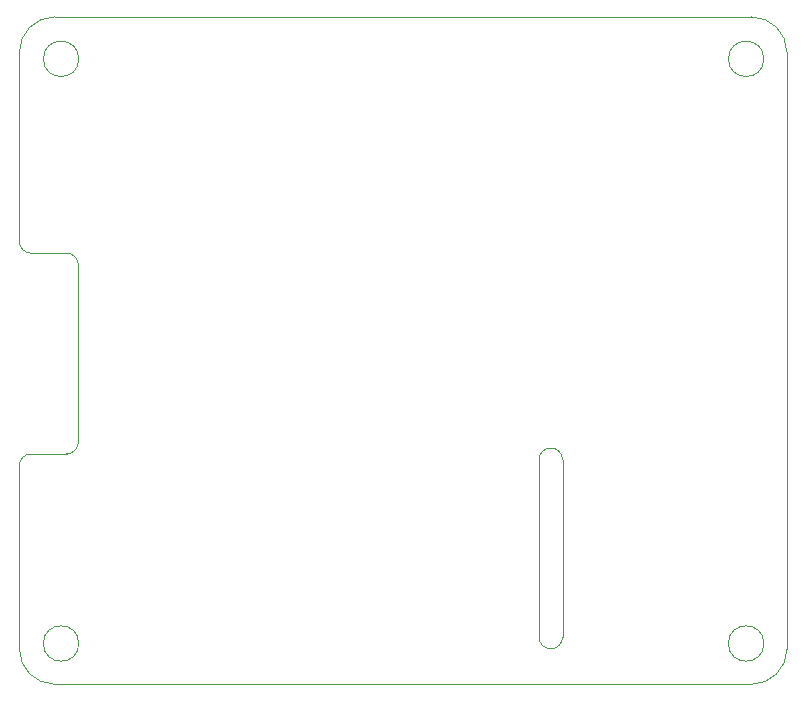
<source format=gm1>
G04 #@! TF.FileFunction,Profile,NP*
%FSLAX46Y46*%
G04 Gerber Fmt 4.6, Leading zero omitted, Abs format (unit mm)*
G04 Created by KiCad (PCBNEW 4.0.7-e2-6376~58~ubuntu16.04.1) date Sun May 27 17:23:26 2018*
%MOMM*%
%LPD*%
G01*
G04 APERTURE LIST*
%ADD10C,0.100000*%
%ADD11C,0.010000*%
G04 APERTURE END LIST*
D10*
D11*
X129500000Y-55000000D02*
G75*
G03X129500000Y-55000000I-1500000J0D01*
G01*
X187500000Y-55000000D02*
G75*
G03X187500000Y-55000000I-1500000J0D01*
G01*
X187500000Y-104500000D02*
G75*
G03X187500000Y-104500000I-1500000J0D01*
G01*
X129500000Y-104500000D02*
G75*
G03X129500000Y-104500000I-1500000J0D01*
G01*
X168460000Y-88950000D02*
X168460000Y-103950000D01*
X170460000Y-88950000D02*
X170460000Y-103950000D01*
X169460000Y-87950000D02*
G75*
G03X168460000Y-88950000I0J-1000000D01*
G01*
X170460000Y-88950000D02*
G75*
G03X169460000Y-87950000I-1000000J0D01*
G01*
X169460000Y-104950000D02*
G75*
G03X170460000Y-103950000I0J1000000D01*
G01*
X168460000Y-103950000D02*
G75*
G03X169460000Y-104950000I1000000J0D01*
G01*
X124460000Y-70450000D02*
X124460000Y-54450000D01*
X128460000Y-71450000D02*
X125460000Y-71450000D01*
X129460000Y-87450000D02*
X129460000Y-72450000D01*
X124460000Y-89450000D02*
X124460000Y-104950000D01*
X125460000Y-88450000D02*
X128460000Y-88450000D01*
X124460000Y-70450000D02*
G75*
G03X125460000Y-71450000I1000000J0D01*
G01*
X129460000Y-72450000D02*
G75*
G03X128460000Y-71450000I-1000000J0D01*
G01*
X128460000Y-88450000D02*
G75*
G03X129460000Y-87450000I0J1000000D01*
G01*
X125460000Y-88450000D02*
G75*
G03X124460000Y-89450000I0J-1000000D01*
G01*
X186460000Y-107950000D02*
X127460000Y-107950000D01*
X189460000Y-54450000D02*
X189460000Y-104950000D01*
X127460000Y-51450000D02*
X186460000Y-51450000D01*
X186460000Y-107950000D02*
G75*
G03X189460000Y-104950000I0J3000000D01*
G01*
X189460000Y-54450000D02*
G75*
G03X186460000Y-51450000I-3000000J0D01*
G01*
X127460000Y-51450000D02*
G75*
G03X124460000Y-54450000I0J-3000000D01*
G01*
X124460000Y-104950000D02*
G75*
G03X127460000Y-107950000I3000000J0D01*
G01*
M02*

</source>
